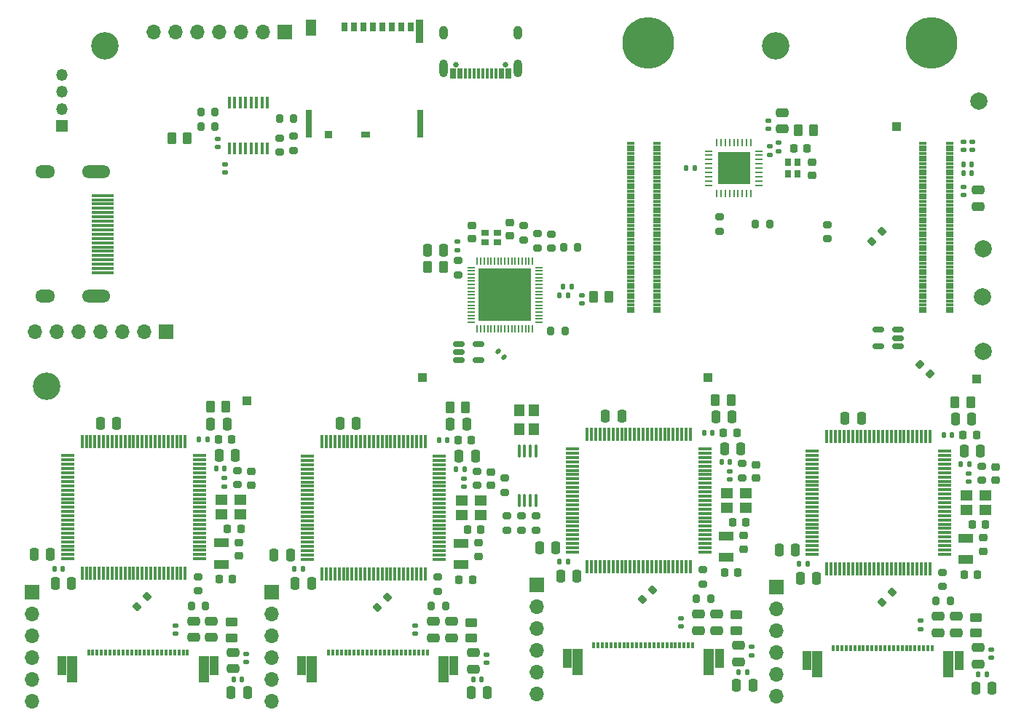
<source format=gbr>
%TF.GenerationSoftware,KiCad,Pcbnew,9.0.0*%
%TF.CreationDate,2026-01-02T12:40:45+01:00*%
%TF.ProjectId,camera,63616d65-7261-42e6-9b69-6361645f7063,rev?*%
%TF.SameCoordinates,Original*%
%TF.FileFunction,Soldermask,Top*%
%TF.FilePolarity,Negative*%
%FSLAX46Y46*%
G04 Gerber Fmt 4.6, Leading zero omitted, Abs format (unit mm)*
G04 Created by KiCad (PCBNEW 9.0.0) date 2026-01-02 12:40:45*
%MOMM*%
%LPD*%
G01*
G04 APERTURE LIST*
G04 Aperture macros list*
%AMRoundRect*
0 Rectangle with rounded corners*
0 $1 Rounding radius*
0 $2 $3 $4 $5 $6 $7 $8 $9 X,Y pos of 4 corners*
0 Add a 4 corners polygon primitive as box body*
4,1,4,$2,$3,$4,$5,$6,$7,$8,$9,$2,$3,0*
0 Add four circle primitives for the rounded corners*
1,1,$1+$1,$2,$3*
1,1,$1+$1,$4,$5*
1,1,$1+$1,$6,$7*
1,1,$1+$1,$8,$9*
0 Add four rect primitives between the rounded corners*
20,1,$1+$1,$2,$3,$4,$5,0*
20,1,$1+$1,$4,$5,$6,$7,0*
20,1,$1+$1,$6,$7,$8,$9,0*
20,1,$1+$1,$8,$9,$2,$3,0*%
G04 Aperture macros list end*
%ADD10RoundRect,0.200000X-0.275000X0.200000X-0.275000X-0.200000X0.275000X-0.200000X0.275000X0.200000X0*%
%ADD11RoundRect,0.250000X0.475000X-0.250000X0.475000X0.250000X-0.475000X0.250000X-0.475000X-0.250000X0*%
%ADD12RoundRect,0.250000X0.450000X-0.262500X0.450000X0.262500X-0.450000X0.262500X-0.450000X-0.262500X0*%
%ADD13RoundRect,0.150000X-0.512500X-0.150000X0.512500X-0.150000X0.512500X0.150000X-0.512500X0.150000X0*%
%ADD14RoundRect,0.140000X-0.170000X0.140000X-0.170000X-0.140000X0.170000X-0.140000X0.170000X0.140000X0*%
%ADD15RoundRect,0.250000X0.250000X0.475000X-0.250000X0.475000X-0.250000X-0.475000X0.250000X-0.475000X0*%
%ADD16RoundRect,0.200000X0.200000X0.275000X-0.200000X0.275000X-0.200000X-0.275000X0.200000X-0.275000X0*%
%ADD17RoundRect,0.225000X0.225000X0.250000X-0.225000X0.250000X-0.225000X-0.250000X0.225000X-0.250000X0*%
%ADD18RoundRect,0.140000X0.140000X0.170000X-0.140000X0.170000X-0.140000X-0.170000X0.140000X-0.170000X0*%
%ADD19RoundRect,0.225000X-0.250000X0.225000X-0.250000X-0.225000X0.250000X-0.225000X0.250000X0.225000X0*%
%ADD20R,1.800000X1.000000*%
%ADD21RoundRect,0.140000X0.170000X-0.140000X0.170000X0.140000X-0.170000X0.140000X-0.170000X-0.140000X0*%
%ADD22R,1.700000X1.700000*%
%ADD23O,1.700000X1.700000*%
%ADD24R,1.000000X1.000000*%
%ADD25R,2.600000X0.300000*%
%ADD26O,3.300000X1.500000*%
%ADD27O,2.300000X1.500000*%
%ADD28R,0.800000X0.900000*%
%ADD29RoundRect,0.140000X-0.140000X-0.170000X0.140000X-0.170000X0.140000X0.170000X-0.140000X0.170000X0*%
%ADD30RoundRect,0.102000X-0.350000X0.100000X-0.350000X-0.100000X0.350000X-0.100000X0.350000X0.100000X0*%
%ADD31C,6.004000*%
%ADD32RoundRect,0.250000X-0.250000X-0.475000X0.250000X-0.475000X0.250000X0.475000X-0.250000X0.475000X0*%
%ADD33R,1.350000X1.350000*%
%ADD34O,1.350000X1.350000*%
%ADD35RoundRect,0.250000X-0.475000X0.250000X-0.475000X-0.250000X0.475000X-0.250000X0.475000X0.250000X0*%
%ADD36C,2.000000*%
%ADD37R,0.355600X1.399800*%
%ADD38RoundRect,0.102000X0.350000X-0.100000X0.350000X0.100000X-0.350000X0.100000X-0.350000X-0.100000X0*%
%ADD39RoundRect,0.250000X-0.262500X-0.450000X0.262500X-0.450000X0.262500X0.450000X-0.262500X0.450000X0*%
%ADD40RoundRect,0.075000X0.725000X0.075000X-0.725000X0.075000X-0.725000X-0.075000X0.725000X-0.075000X0*%
%ADD41RoundRect,0.075000X0.075000X0.725000X-0.075000X0.725000X-0.075000X-0.725000X0.075000X-0.725000X0*%
%ADD42RoundRect,0.250000X0.262500X0.450000X-0.262500X0.450000X-0.262500X-0.450000X0.262500X-0.450000X0*%
%ADD43RoundRect,0.225000X0.250000X-0.225000X0.250000X0.225000X-0.250000X0.225000X-0.250000X-0.225000X0*%
%ADD44RoundRect,0.100000X-0.100000X0.637500X-0.100000X-0.637500X0.100000X-0.637500X0.100000X0.637500X0*%
%ADD45RoundRect,0.225000X-0.225000X-0.250000X0.225000X-0.250000X0.225000X0.250000X-0.225000X0.250000X0*%
%ADD46RoundRect,0.200000X-0.053033X0.335876X-0.335876X0.053033X0.053033X-0.335876X0.335876X-0.053033X0*%
%ADD47R,1.200000X1.400000*%
%ADD48R,1.400000X1.200000*%
%ADD49R,0.300000X0.800000*%
%ADD50R,1.100000X2.200000*%
%ADD51R,1.300000X3.050000*%
%ADD52RoundRect,0.200000X0.053033X-0.335876X0.335876X-0.053033X-0.053033X0.335876X-0.335876X0.053033X0*%
%ADD53RoundRect,0.150000X0.512500X0.150000X-0.512500X0.150000X-0.512500X-0.150000X0.512500X-0.150000X0*%
%ADD54RoundRect,0.135000X-0.185000X0.135000X-0.185000X-0.135000X0.185000X-0.135000X0.185000X0.135000X0*%
%ADD55C,3.200000*%
%ADD56R,0.711200X1.092200*%
%ADD57R,0.889000X0.939800*%
%ADD58R,1.041400X0.787400*%
%ADD59R,1.143000X1.828800*%
%ADD60R,0.711200X3.327400*%
%ADD61R,0.863600X2.794000*%
%ADD62RoundRect,0.140000X-0.219203X-0.021213X-0.021213X-0.219203X0.219203X0.021213X0.021213X0.219203X0*%
%ADD63RoundRect,0.062500X-0.062500X0.350000X-0.062500X-0.350000X0.062500X-0.350000X0.062500X0.350000X0*%
%ADD64RoundRect,0.062500X-0.350000X0.062500X-0.350000X-0.062500X0.350000X-0.062500X0.350000X0.062500X0*%
%ADD65R,3.700000X3.700000*%
%ADD66R,0.900000X0.800000*%
%ADD67RoundRect,0.200000X0.335876X0.053033X0.053033X0.335876X-0.335876X-0.053033X-0.053033X-0.335876X0*%
%ADD68RoundRect,0.200000X-0.200000X-0.275000X0.200000X-0.275000X0.200000X0.275000X-0.200000X0.275000X0*%
%ADD69RoundRect,0.200000X0.275000X-0.200000X0.275000X0.200000X-0.275000X0.200000X-0.275000X-0.200000X0*%
%ADD70R,0.850000X0.200000*%
%ADD71R,0.200000X0.850000*%
%ADD72R,6.200000X6.200000*%
%ADD73C,0.650000*%
%ADD74R,0.300000X1.150000*%
%ADD75O,1.000000X2.100000*%
%ADD76O,1.000000X1.600000*%
G04 APERTURE END LIST*
D10*
%TO.C,R22*%
X92640000Y-34850000D03*
X92640000Y-36500000D03*
%TD*%
D11*
%TO.C,C88*%
X124660000Y-45580000D03*
X124660000Y-43680000D03*
%TD*%
D10*
%TO.C,R38*%
X120525000Y-34900000D03*
X120525000Y-36550000D03*
%TD*%
D12*
%TO.C,FB6*%
X96550000Y-41932500D03*
X96550000Y-40107500D03*
%TD*%
D13*
%TO.C,U1*%
X123010000Y-7760000D03*
X123010000Y-8710000D03*
X123010000Y-9660000D03*
X125285000Y-9660000D03*
X125285000Y-7760000D03*
%TD*%
D14*
%TO.C,C27*%
X159015000Y18215000D03*
X159015000Y17255000D03*
%TD*%
D12*
%TO.C,FB8*%
X155277500Y-41130000D03*
X155277500Y-39305000D03*
%TD*%
D15*
%TO.C,C47*%
X96029998Y-17065000D03*
X94129998Y-17065000D03*
%TD*%
D16*
%TO.C,R7*%
X136810000Y3475000D03*
X135160000Y3475000D03*
%TD*%
%TO.C,R5*%
X135342500Y-6270000D03*
X133692500Y-6270000D03*
%TD*%
D10*
%TO.C,R17*%
X153320000Y7010000D03*
X153320000Y5360000D03*
%TD*%
D17*
%TO.C,C71*%
X155417500Y-34352500D03*
X153867500Y-34352500D03*
%TD*%
D15*
%TO.C,C93*%
X123914998Y-17115000D03*
X122014998Y-17115000D03*
%TD*%
D18*
%TO.C,C26*%
X150395000Y12730000D03*
X149435000Y12730000D03*
%TD*%
D19*
%TO.C,C95*%
X125265000Y-30905000D03*
X125265000Y-32455000D03*
%TD*%
D14*
%TO.C,C21*%
X94980000Y16095100D03*
X94980000Y15135100D03*
%TD*%
D20*
%TO.C,Y8*%
X154097500Y-30087500D03*
X154097500Y-32587500D03*
%TD*%
D10*
%TO.C,R4*%
X131935000Y-27775000D03*
X131935000Y-29425000D03*
%TD*%
D20*
%TO.C,Y5*%
X95370000Y-30890000D03*
X95370000Y-33390000D03*
%TD*%
D10*
%TO.C,R8*%
X133735000Y5055000D03*
X133735000Y3405000D03*
%TD*%
D21*
%TO.C,C25*%
X160165000Y14700000D03*
X160165000Y15660000D03*
%TD*%
D18*
%TO.C,C81*%
X104830000Y-33945000D03*
X103870000Y-33945000D03*
%TD*%
D22*
%TO.C,J8*%
X73335000Y-36605000D03*
D23*
X73335000Y-39145000D03*
X73335000Y-41685000D03*
X73335000Y-44225000D03*
X73335000Y-46765000D03*
X73335000Y-49305000D03*
%TD*%
D15*
%TO.C,C84*%
X126313899Y-48363899D03*
X124413899Y-48363899D03*
%TD*%
D19*
%TO.C,C49*%
X97380000Y-30855000D03*
X97380000Y-32405000D03*
%TD*%
D16*
%TO.C,R49*%
X180131101Y-37690618D03*
X178481101Y-37690618D03*
%TD*%
D15*
%TO.C,C70*%
X154757498Y-16262500D03*
X152857498Y-16262500D03*
%TD*%
D24*
%TO.C,TP8*%
X151920000Y-11700000D03*
%TD*%
D18*
%TO.C,C59*%
X154472500Y-21482500D03*
X153512500Y-21482500D03*
%TD*%
D12*
%TO.C,FB10*%
X124435000Y-41982500D03*
X124435000Y-40157500D03*
%TD*%
D25*
%TO.C,J3*%
X81595000Y533000D03*
X81595000Y1033000D03*
X81595000Y1533000D03*
X81595000Y2033000D03*
X81595000Y2533000D03*
X81595000Y3033000D03*
X81595000Y3533000D03*
X81595000Y4033000D03*
X81595000Y4533000D03*
X81595000Y5033000D03*
X81595000Y5533000D03*
X81595000Y6033000D03*
X81595000Y6533000D03*
X81595000Y7033000D03*
X81595000Y7533000D03*
X81595000Y8033000D03*
X81595000Y8533000D03*
X81595000Y9033000D03*
X81595000Y9533000D03*
D26*
X80835000Y-2217000D03*
X80835000Y12283000D03*
D27*
X74875000Y-2217000D03*
X74875000Y12283000D03*
%TD*%
D28*
%TO.C,Y3*%
X162360000Y12025000D03*
X162360000Y13425000D03*
X161260000Y13425000D03*
X161260000Y12025000D03*
%TD*%
D11*
%TO.C,C45*%
X92140000Y-41890000D03*
X92140000Y-39990000D03*
%TD*%
D29*
%TO.C,C4*%
X181670000Y13170000D03*
X182630000Y13170000D03*
%TD*%
%TO.C,C16*%
X135115000Y-1090000D03*
X136075000Y-1090000D03*
%TD*%
D30*
%TO.C,U3*%
X180015000Y-3985000D03*
X176935000Y-3985000D03*
X180015000Y-3585000D03*
X176935000Y-3585000D03*
X180015000Y-3185000D03*
X176935000Y-3185000D03*
X180015000Y-2785000D03*
X176935000Y-2785000D03*
X180015000Y-2385000D03*
X176935000Y-2385000D03*
X180015000Y-1985000D03*
X176935000Y-1985000D03*
X180015000Y-1585000D03*
X176935000Y-1585000D03*
X180015000Y-1185000D03*
X176935000Y-1185000D03*
X180015000Y-785000D03*
X176935000Y-785000D03*
X180015000Y-385000D03*
X176935000Y-385000D03*
X180015000Y15000D03*
X176935000Y15000D03*
X180015000Y415000D03*
X176935000Y415000D03*
X180015000Y815000D03*
X176935000Y815000D03*
X180015000Y1215000D03*
X176935000Y1215000D03*
X180015000Y1615000D03*
X176935000Y1615000D03*
X180015000Y2015000D03*
X176935000Y2015000D03*
X180015000Y2415000D03*
X176935000Y2415000D03*
X180015000Y2815000D03*
X176935000Y2815000D03*
X180015000Y3215000D03*
X176935000Y3215000D03*
X180015000Y3615000D03*
X176935000Y3615000D03*
X180015000Y4015000D03*
X176935000Y4015000D03*
X180015000Y4415000D03*
X176935000Y4415000D03*
X180015000Y4815000D03*
X176935000Y4815000D03*
X180015000Y5215000D03*
X176935000Y5215000D03*
X180015000Y5615000D03*
X176935000Y5615000D03*
X180015000Y6015000D03*
X176935000Y6015000D03*
X180015000Y6415000D03*
X176935000Y6415000D03*
X180015000Y6815000D03*
X176935000Y6815000D03*
X180015000Y7215000D03*
X176935000Y7215000D03*
X180015000Y7615000D03*
X176935000Y7615000D03*
X180015000Y8015000D03*
X176935000Y8015000D03*
X180015000Y8415000D03*
X176935000Y8415000D03*
X180015000Y8815000D03*
X176935000Y8815000D03*
X180015000Y9215000D03*
X176935000Y9215000D03*
X180015000Y9615000D03*
X176935000Y9615000D03*
X180015000Y10015000D03*
X176935000Y10015000D03*
X180015000Y10415000D03*
X176935000Y10415000D03*
X180015000Y10815000D03*
X176935000Y10815000D03*
X180015000Y11215000D03*
X176935000Y11215000D03*
X180015000Y11615000D03*
X176935000Y11615000D03*
X180015000Y12015000D03*
X176935000Y12015000D03*
X180015000Y12415000D03*
X176935000Y12415000D03*
X180015000Y12815000D03*
X176935000Y12815000D03*
X180015000Y13215000D03*
X176935000Y13215000D03*
X180015000Y13615000D03*
X176935000Y13615000D03*
X180015000Y14015000D03*
X176935000Y14015000D03*
X180015000Y14415000D03*
X176935000Y14415000D03*
X180015000Y14815000D03*
X176935000Y14815000D03*
X180015000Y15215000D03*
X176935000Y15215000D03*
X180015000Y15615000D03*
X176935000Y15615000D03*
X146015000Y-3985000D03*
X142935000Y-3985000D03*
X146015000Y-3585000D03*
X142935000Y-3585000D03*
X146015000Y-3185000D03*
X142935000Y-3185000D03*
X146015000Y-2785000D03*
X142935000Y-2785000D03*
X146015000Y-2385000D03*
X142935000Y-2385000D03*
X146015000Y-1985000D03*
X142935000Y-1985000D03*
X146015000Y-1585000D03*
X142935000Y-1585000D03*
X146015000Y-1185000D03*
X142935000Y-1185000D03*
X146015000Y-785000D03*
X142935000Y-785000D03*
X146015000Y-385000D03*
X142935000Y-385000D03*
X146015000Y15000D03*
X142935000Y15000D03*
X146015000Y415000D03*
X142935000Y415000D03*
X146015000Y815000D03*
X142935000Y815000D03*
X146015000Y1215000D03*
X142935000Y1215000D03*
X146015000Y1615000D03*
X142935000Y1615000D03*
X146015000Y2015000D03*
X142935000Y2015000D03*
X146015000Y2415000D03*
X142935000Y2415000D03*
X146015000Y2815000D03*
X142935000Y2815000D03*
X146015000Y3215000D03*
X142935000Y3215000D03*
X146015000Y3615000D03*
X142935000Y3615000D03*
X146015000Y4015000D03*
X142935000Y4015000D03*
X146015000Y4415000D03*
X142935000Y4415000D03*
X146015000Y4815000D03*
X142935000Y4815000D03*
X146015000Y5215000D03*
X142935000Y5215000D03*
X146015000Y5615000D03*
X142935000Y5615000D03*
X146015000Y6015000D03*
X142935000Y6015000D03*
X146015000Y6415000D03*
X142935000Y6415000D03*
X146015000Y6815000D03*
X142935000Y6815000D03*
X146015000Y7215000D03*
X142935000Y7215000D03*
X146015000Y7615000D03*
X142935000Y7615000D03*
X146015000Y8015000D03*
X142935000Y8015000D03*
X146015000Y8415000D03*
X142935000Y8415000D03*
X146015000Y8815000D03*
X142935000Y8815000D03*
X146015000Y9215000D03*
X142935000Y9215000D03*
X146015000Y9615000D03*
X142935000Y9615000D03*
X146015000Y10015000D03*
X142935000Y10015000D03*
X146015000Y10415000D03*
X142935000Y10415000D03*
X146015000Y10815000D03*
X142935000Y10815000D03*
X146015000Y11215000D03*
X142935000Y11215000D03*
X146015000Y11615000D03*
X142935000Y11615000D03*
X146015000Y12015000D03*
X142935000Y12015000D03*
X146015000Y12415000D03*
X142935000Y12415000D03*
X146015000Y12815000D03*
X142935000Y12815000D03*
X146015000Y13215000D03*
X142935000Y13215000D03*
X146015000Y13615000D03*
X142935000Y13615000D03*
X146015000Y14015000D03*
X142935000Y14015000D03*
X146015000Y14415000D03*
X142935000Y14415000D03*
X146015000Y14815000D03*
X142935000Y14815000D03*
X146015000Y15215000D03*
X142935000Y15215000D03*
X146015000Y15615000D03*
X142935000Y15615000D03*
D31*
X177975000Y27315000D03*
X144975000Y27315000D03*
%TD*%
D32*
%TO.C,C80*%
X101512500Y-32318899D03*
X103412500Y-32318899D03*
%TD*%
D21*
%TO.C,C54*%
X154446399Y-23537499D03*
X154446399Y-22577499D03*
%TD*%
D16*
%TO.C,R14*%
X94665000Y19205100D03*
X93015000Y19205100D03*
%TD*%
D11*
%TO.C,C91*%
X120025000Y-41940000D03*
X120025000Y-40040000D03*
%TD*%
D22*
%TO.C,J1*%
X102745000Y28595000D03*
D23*
X100205000Y28595000D03*
X97665000Y28595000D03*
X95125000Y28595000D03*
X92585000Y28595000D03*
X90045000Y28595000D03*
X87505000Y28595000D03*
%TD*%
D19*
%TO.C,C76*%
X126715000Y-22660000D03*
X126715000Y-24210000D03*
%TD*%
D33*
%TO.C,J16*%
X76815000Y17590000D03*
D34*
X76815000Y19590000D03*
X76815000Y21590000D03*
X76815000Y23590000D03*
%TD*%
D17*
%TO.C,C94*%
X124575000Y-35205000D03*
X123025000Y-35205000D03*
%TD*%
D15*
%TO.C,C107*%
X185005000Y-47779517D03*
X183105000Y-47779517D03*
%TD*%
D35*
%TO.C,C7*%
X183335000Y10150000D03*
X183335000Y8250000D03*
%TD*%
D16*
%TO.C,R15*%
X94665000Y17540100D03*
X93015000Y17540100D03*
%TD*%
D10*
%TO.C,R9*%
X132165000Y5060000D03*
X132165000Y3410000D03*
%TD*%
D36*
%TO.C,TP4*%
X183895000Y-2255000D03*
%TD*%
D29*
%TO.C,C85*%
X124683899Y-46823899D03*
X125643899Y-46823899D03*
%TD*%
D10*
%TO.C,R45*%
X183791101Y-21960618D03*
X183791101Y-23610618D03*
%TD*%
D21*
%TO.C,C100*%
X182295000Y-23805617D03*
X182295000Y-22845617D03*
%TD*%
D22*
%TO.C,J2*%
X88955000Y-6330000D03*
D23*
X86415000Y-6330000D03*
X83875000Y-6330000D03*
X81335000Y-6330000D03*
X78795000Y-6330000D03*
X76255000Y-6330000D03*
X73715000Y-6330000D03*
%TD*%
D11*
%TO.C,C115*%
X180811101Y-41370618D03*
X180811101Y-39470618D03*
%TD*%
D18*
%TO.C,C36*%
X95745000Y-22285000D03*
X94785000Y-22285000D03*
%TD*%
D15*
%TO.C,C56*%
X141932500Y-16177500D03*
X140032500Y-16177500D03*
%TD*%
D37*
%TO.C,U8*%
X100735000Y20346500D03*
X100100000Y20346500D03*
X99465000Y20346500D03*
X98830000Y20346500D03*
X98195000Y20346500D03*
X97560000Y20346500D03*
X96925000Y20346500D03*
X96290000Y20346500D03*
X96290000Y15035100D03*
X96925000Y15035100D03*
X97560000Y15035100D03*
X98195000Y15035100D03*
X98830000Y15035100D03*
X99465000Y15035100D03*
X100100000Y15035100D03*
X100735000Y15035100D03*
%TD*%
D38*
%TO.C,J5*%
X142935000Y15615000D03*
X146015000Y15615000D03*
X142935000Y15215000D03*
X146015000Y15215000D03*
X142935000Y14815000D03*
X146015000Y14815000D03*
X142935000Y14415000D03*
X146015000Y14415000D03*
X142935000Y14015000D03*
X146015000Y14015000D03*
X142935000Y13615000D03*
X146015000Y13615000D03*
X142935000Y13215000D03*
X146015000Y13215000D03*
X142935000Y12815000D03*
X146015000Y12815000D03*
X142935000Y12415000D03*
X146015000Y12415000D03*
X142935000Y12015000D03*
X146015000Y12015000D03*
X142935000Y11615000D03*
X146015000Y11615000D03*
X142935000Y11215000D03*
X146015000Y11215000D03*
X142935000Y10815000D03*
X146015000Y10815000D03*
X142935000Y10415000D03*
X146015000Y10415000D03*
X142935000Y10015000D03*
X146015000Y10015000D03*
X142935000Y9615000D03*
X146015000Y9615000D03*
X142935000Y9215000D03*
X146015000Y9215000D03*
X142935000Y8815000D03*
X146015000Y8815000D03*
X142935000Y8415000D03*
X146015000Y8415000D03*
X142935000Y8015000D03*
X146015000Y8015000D03*
X142935000Y7615000D03*
X146015000Y7615000D03*
X142935000Y7215000D03*
X146015000Y7215000D03*
X142935000Y6815000D03*
X146015000Y6815000D03*
X142935000Y6415000D03*
X146015000Y6415000D03*
X142935000Y6015000D03*
X146015000Y6015000D03*
X142935000Y5615000D03*
X146015000Y5615000D03*
X142935000Y5215000D03*
X146015000Y5215000D03*
X142935000Y4815000D03*
X146015000Y4815000D03*
X142935000Y4415000D03*
X146015000Y4415000D03*
X142935000Y4015000D03*
X146015000Y4015000D03*
X142935000Y3615000D03*
X146015000Y3615000D03*
X142935000Y3215000D03*
X146015000Y3215000D03*
X142935000Y2815000D03*
X146015000Y2815000D03*
X142935000Y2415000D03*
X146015000Y2415000D03*
X142935000Y2015000D03*
X146015000Y2015000D03*
X142935000Y1615000D03*
X146015000Y1615000D03*
X142935000Y1215000D03*
X146015000Y1215000D03*
X142935000Y815000D03*
X146015000Y815000D03*
X142935000Y415000D03*
X146015000Y415000D03*
X142935000Y15000D03*
X146015000Y15000D03*
X142935000Y-385000D03*
X146015000Y-385000D03*
X142935000Y-785000D03*
X146015000Y-785000D03*
X142935000Y-1185000D03*
X146015000Y-1185000D03*
X142935000Y-1585000D03*
X146015000Y-1585000D03*
X142935000Y-1985000D03*
X146015000Y-1985000D03*
X142935000Y-2385000D03*
X146015000Y-2385000D03*
X142935000Y-2785000D03*
X146015000Y-2785000D03*
X142935000Y-3185000D03*
X146015000Y-3185000D03*
X142935000Y-3585000D03*
X146015000Y-3585000D03*
X142935000Y-3985000D03*
X146015000Y-3985000D03*
%TD*%
D21*
%TO.C,C2*%
X181675000Y14800000D03*
X181675000Y15760000D03*
%TD*%
D29*
%TO.C,C15*%
X134700000Y-2080000D03*
X135660000Y-2080000D03*
%TD*%
D18*
%TO.C,C58*%
X135672500Y-33092500D03*
X134712500Y-33092500D03*
%TD*%
D39*
%TO.C,FB2*%
X119347500Y1180000D03*
X121172500Y1180000D03*
%TD*%
D19*
%TO.C,C30*%
X98830000Y-22610000D03*
X98830000Y-24160000D03*
%TD*%
%TO.C,C72*%
X156107500Y-30052500D03*
X156107500Y-31602500D03*
%TD*%
D36*
%TO.C,TP3*%
X183935000Y-8645000D03*
%TD*%
D12*
%TO.C,FB12*%
X183126101Y-41398118D03*
X183126101Y-39573118D03*
%TD*%
D21*
%TO.C,C110*%
X184865000Y-44259517D03*
X184865000Y-43299517D03*
%TD*%
D40*
%TO.C,U11*%
X151587500Y-31962500D03*
X151587500Y-31462500D03*
X151587500Y-30962500D03*
X151587500Y-30462500D03*
X151587500Y-29962500D03*
X151587500Y-29462500D03*
X151587500Y-28962500D03*
X151587500Y-28462500D03*
X151587500Y-27962500D03*
X151587500Y-27462500D03*
X151587500Y-26962500D03*
X151587500Y-26462500D03*
X151587500Y-25962500D03*
X151587500Y-25462500D03*
X151587500Y-24962500D03*
X151587500Y-24462500D03*
X151587500Y-23962500D03*
X151587500Y-23462500D03*
X151587500Y-22962500D03*
X151587500Y-22462500D03*
X151587500Y-21962500D03*
X151587500Y-21462500D03*
X151587500Y-20962500D03*
X151587500Y-20462500D03*
X151587500Y-19962500D03*
D41*
X149912500Y-18287500D03*
X149412500Y-18287500D03*
X148912500Y-18287500D03*
X148412500Y-18287500D03*
X147912500Y-18287500D03*
X147412500Y-18287500D03*
X146912500Y-18287500D03*
X146412500Y-18287500D03*
X145912500Y-18287500D03*
X145412500Y-18287500D03*
X144912500Y-18287500D03*
X144412500Y-18287500D03*
X143912500Y-18287500D03*
X143412500Y-18287500D03*
X142912500Y-18287500D03*
X142412500Y-18287500D03*
X141912500Y-18287500D03*
X141412500Y-18287500D03*
X140912500Y-18287500D03*
X140412500Y-18287500D03*
X139912500Y-18287500D03*
X139412500Y-18287500D03*
X138912500Y-18287500D03*
X138412500Y-18287500D03*
X137912500Y-18287500D03*
D40*
X136237500Y-19962500D03*
X136237500Y-20462500D03*
X136237500Y-20962500D03*
X136237500Y-21462500D03*
X136237500Y-21962500D03*
X136237500Y-22462500D03*
X136237500Y-22962500D03*
X136237500Y-23462500D03*
X136237500Y-23962500D03*
X136237500Y-24462500D03*
X136237500Y-24962500D03*
X136237500Y-25462500D03*
X136237500Y-25962500D03*
X136237500Y-26462500D03*
X136237500Y-26962500D03*
X136237500Y-27462500D03*
X136237500Y-27962500D03*
X136237500Y-28462500D03*
X136237500Y-28962500D03*
X136237500Y-29462500D03*
X136237500Y-29962500D03*
X136237500Y-30462500D03*
X136237500Y-30962500D03*
X136237500Y-31462500D03*
X136237500Y-31962500D03*
D41*
X137912500Y-33637500D03*
X138412500Y-33637500D03*
X138912500Y-33637500D03*
X139412500Y-33637500D03*
X139912500Y-33637500D03*
X140412500Y-33637500D03*
X140912500Y-33637500D03*
X141412500Y-33637500D03*
X141912500Y-33637500D03*
X142412500Y-33637500D03*
X142912500Y-33637500D03*
X143412500Y-33637500D03*
X143912500Y-33637500D03*
X144412500Y-33637500D03*
X144912500Y-33637500D03*
X145412500Y-33637500D03*
X145912500Y-33637500D03*
X146412500Y-33637500D03*
X146912500Y-33637500D03*
X147412500Y-33637500D03*
X147912500Y-33637500D03*
X148412500Y-33637500D03*
X148912500Y-33637500D03*
X149412500Y-33637500D03*
X149912500Y-33637500D03*
%TD*%
D17*
%TO.C,C52*%
X156372500Y-28497498D03*
X154822500Y-28497498D03*
%TD*%
D39*
%TO.C,FB5*%
X94082498Y-15060000D03*
X95907498Y-15060000D03*
%TD*%
D16*
%TO.C,R25*%
X93555000Y-38225000D03*
X91905000Y-38225000D03*
%TD*%
D42*
%TO.C,FB1*%
X140440000Y-2300000D03*
X138615000Y-2300000D03*
%TD*%
D39*
%TO.C,FB4*%
X162412500Y17105000D03*
X164237500Y17105000D03*
%TD*%
D43*
%TO.C,C17*%
X128930000Y4805000D03*
X128930000Y6355000D03*
%TD*%
D32*
%TO.C,C34*%
X73627500Y-32268899D03*
X75527500Y-32268899D03*
%TD*%
D39*
%TO.C,FB7*%
X152809998Y-14257500D03*
X154634998Y-14257500D03*
%TD*%
D18*
%TO.C,C105*%
X182321101Y-21750618D03*
X181361101Y-21750618D03*
%TD*%
D44*
%TO.C,U2*%
X131945000Y-20222500D03*
X131295000Y-20222500D03*
X130645000Y-20222500D03*
X129995000Y-20222500D03*
X129995000Y-25947500D03*
X130645000Y-25947500D03*
X131295000Y-25947500D03*
X131945000Y-25947500D03*
%TD*%
D45*
%TO.C,R31*%
X153757498Y-18072500D03*
X155307498Y-18072500D03*
%TD*%
D11*
%TO.C,C42*%
X96775000Y-45530000D03*
X96775000Y-43630000D03*
%TD*%
D21*
%TO.C,C67*%
X148787500Y-40652500D03*
X148787500Y-39692500D03*
%TD*%
D11*
%TO.C,C46*%
X94235000Y-41905000D03*
X94235000Y-40005000D03*
%TD*%
D40*
%TO.C,U12*%
X120745000Y-32815000D03*
X120745000Y-32315000D03*
X120745000Y-31815000D03*
X120745000Y-31315000D03*
X120745000Y-30815000D03*
X120745000Y-30315000D03*
X120745000Y-29815000D03*
X120745000Y-29315000D03*
X120745000Y-28815000D03*
X120745000Y-28315000D03*
X120745000Y-27815000D03*
X120745000Y-27315000D03*
X120745000Y-26815000D03*
X120745000Y-26315000D03*
X120745000Y-25815000D03*
X120745000Y-25315000D03*
X120745000Y-24815000D03*
X120745000Y-24315000D03*
X120745000Y-23815000D03*
X120745000Y-23315000D03*
X120745000Y-22815000D03*
X120745000Y-22315000D03*
X120745000Y-21815000D03*
X120745000Y-21315000D03*
X120745000Y-20815000D03*
D41*
X119070000Y-19140000D03*
X118570000Y-19140000D03*
X118070000Y-19140000D03*
X117570000Y-19140000D03*
X117070000Y-19140000D03*
X116570000Y-19140000D03*
X116070000Y-19140000D03*
X115570000Y-19140000D03*
X115070000Y-19140000D03*
X114570000Y-19140000D03*
X114070000Y-19140000D03*
X113570000Y-19140000D03*
X113070000Y-19140000D03*
X112570000Y-19140000D03*
X112070000Y-19140000D03*
X111570000Y-19140000D03*
X111070000Y-19140000D03*
X110570000Y-19140000D03*
X110070000Y-19140000D03*
X109570000Y-19140000D03*
X109070000Y-19140000D03*
X108570000Y-19140000D03*
X108070000Y-19140000D03*
X107570000Y-19140000D03*
X107070000Y-19140000D03*
D40*
X105395000Y-20815000D03*
X105395000Y-21315000D03*
X105395000Y-21815000D03*
X105395000Y-22315000D03*
X105395000Y-22815000D03*
X105395000Y-23315000D03*
X105395000Y-23815000D03*
X105395000Y-24315000D03*
X105395000Y-24815000D03*
X105395000Y-25315000D03*
X105395000Y-25815000D03*
X105395000Y-26315000D03*
X105395000Y-26815000D03*
X105395000Y-27315000D03*
X105395000Y-27815000D03*
X105395000Y-28315000D03*
X105395000Y-28815000D03*
X105395000Y-29315000D03*
X105395000Y-29815000D03*
X105395000Y-30315000D03*
X105395000Y-30815000D03*
X105395000Y-31315000D03*
X105395000Y-31815000D03*
X105395000Y-32315000D03*
X105395000Y-32815000D03*
D41*
X107070000Y-34490000D03*
X107570000Y-34490000D03*
X108070000Y-34490000D03*
X108570000Y-34490000D03*
X109070000Y-34490000D03*
X109570000Y-34490000D03*
X110070000Y-34490000D03*
X110570000Y-34490000D03*
X111070000Y-34490000D03*
X111570000Y-34490000D03*
X112070000Y-34490000D03*
X112570000Y-34490000D03*
X113070000Y-34490000D03*
X113570000Y-34490000D03*
X114070000Y-34490000D03*
X114570000Y-34490000D03*
X115070000Y-34490000D03*
X115570000Y-34490000D03*
X116070000Y-34490000D03*
X116570000Y-34490000D03*
X117070000Y-34490000D03*
X117570000Y-34490000D03*
X118070000Y-34490000D03*
X118570000Y-34490000D03*
X119070000Y-34490000D03*
%TD*%
D46*
%TO.C,R32*%
X145500863Y-36359137D03*
X144334137Y-37525863D03*
%TD*%
D10*
%TO.C,R1*%
X128350000Y-23367500D03*
X128350000Y-25017500D03*
%TD*%
D40*
%TO.C,U13*%
X179436101Y-32230618D03*
X179436101Y-31730618D03*
X179436101Y-31230618D03*
X179436101Y-30730618D03*
X179436101Y-30230618D03*
X179436101Y-29730618D03*
X179436101Y-29230618D03*
X179436101Y-28730618D03*
X179436101Y-28230618D03*
X179436101Y-27730618D03*
X179436101Y-27230618D03*
X179436101Y-26730618D03*
X179436101Y-26230618D03*
X179436101Y-25730618D03*
X179436101Y-25230618D03*
X179436101Y-24730618D03*
X179436101Y-24230618D03*
X179436101Y-23730618D03*
X179436101Y-23230618D03*
X179436101Y-22730618D03*
X179436101Y-22230618D03*
X179436101Y-21730618D03*
X179436101Y-21230618D03*
X179436101Y-20730618D03*
X179436101Y-20230618D03*
D41*
X177761101Y-18555618D03*
X177261101Y-18555618D03*
X176761101Y-18555618D03*
X176261101Y-18555618D03*
X175761101Y-18555618D03*
X175261101Y-18555618D03*
X174761101Y-18555618D03*
X174261101Y-18555618D03*
X173761101Y-18555618D03*
X173261101Y-18555618D03*
X172761101Y-18555618D03*
X172261101Y-18555618D03*
X171761101Y-18555618D03*
X171261101Y-18555618D03*
X170761101Y-18555618D03*
X170261101Y-18555618D03*
X169761101Y-18555618D03*
X169261101Y-18555618D03*
X168761101Y-18555618D03*
X168261101Y-18555618D03*
X167761101Y-18555618D03*
X167261101Y-18555618D03*
X166761101Y-18555618D03*
X166261101Y-18555618D03*
X165761101Y-18555618D03*
D40*
X164086101Y-20230618D03*
X164086101Y-20730618D03*
X164086101Y-21230618D03*
X164086101Y-21730618D03*
X164086101Y-22230618D03*
X164086101Y-22730618D03*
X164086101Y-23230618D03*
X164086101Y-23730618D03*
X164086101Y-24230618D03*
X164086101Y-24730618D03*
X164086101Y-25230618D03*
X164086101Y-25730618D03*
X164086101Y-26230618D03*
X164086101Y-26730618D03*
X164086101Y-27230618D03*
X164086101Y-27730618D03*
X164086101Y-28230618D03*
X164086101Y-28730618D03*
X164086101Y-29230618D03*
X164086101Y-29730618D03*
X164086101Y-30230618D03*
X164086101Y-30730618D03*
X164086101Y-31230618D03*
X164086101Y-31730618D03*
X164086101Y-32230618D03*
D41*
X165761101Y-33905618D03*
X166261101Y-33905618D03*
X166761101Y-33905618D03*
X167261101Y-33905618D03*
X167761101Y-33905618D03*
X168261101Y-33905618D03*
X168761101Y-33905618D03*
X169261101Y-33905618D03*
X169761101Y-33905618D03*
X170261101Y-33905618D03*
X170761101Y-33905618D03*
X171261101Y-33905618D03*
X171761101Y-33905618D03*
X172261101Y-33905618D03*
X172761101Y-33905618D03*
X173261101Y-33905618D03*
X173761101Y-33905618D03*
X174261101Y-33905618D03*
X174761101Y-33905618D03*
X175261101Y-33905618D03*
X175761101Y-33905618D03*
X176261101Y-33905618D03*
X176761101Y-33905618D03*
X177261101Y-33905618D03*
X177761101Y-33905618D03*
%TD*%
D47*
%TO.C,Y1*%
X130050000Y-15447500D03*
X130050000Y-17647500D03*
X131750000Y-17647500D03*
X131750000Y-15447500D03*
%TD*%
D10*
%TO.C,R2*%
X128580000Y-27790000D03*
X128580000Y-29440000D03*
%TD*%
D48*
%TO.C,Y10*%
X123305000Y-27650000D03*
X125505000Y-27650000D03*
X125505000Y-25950000D03*
X123305000Y-25950000D03*
%TD*%
D21*
%TO.C,C90*%
X117945000Y-41505000D03*
X117945000Y-40545000D03*
%TD*%
D10*
%TO.C,R21*%
X97215000Y-22495000D03*
X97215000Y-24145000D03*
%TD*%
D15*
%TO.C,C60*%
X136712500Y-34802500D03*
X134812500Y-34802500D03*
%TD*%
D20*
%TO.C,Y11*%
X123255000Y-30940000D03*
X123255000Y-33440000D03*
%TD*%
D15*
%TO.C,C106*%
X164561101Y-35070618D03*
X162661101Y-35070618D03*
%TD*%
D19*
%TO.C,C53*%
X157557500Y-21807500D03*
X157557500Y-23357500D03*
%TD*%
D17*
%TO.C,C29*%
X97645000Y-29299998D03*
X96095000Y-29299998D03*
%TD*%
D18*
%TO.C,C112*%
X180336101Y-18345618D03*
X179376101Y-18345618D03*
%TD*%
D21*
%TO.C,C64*%
X157016399Y-43991399D03*
X157016399Y-43031399D03*
%TD*%
D15*
%TO.C,C63*%
X155757500Y-19927500D03*
X153857500Y-19927500D03*
%TD*%
D10*
%TO.C,R13*%
X103742500Y16426901D03*
X103742500Y14776901D03*
%TD*%
D45*
%TO.C,R23*%
X95029998Y-18875000D03*
X96579998Y-18875000D03*
%TD*%
D48*
%TO.C,Y4*%
X95420000Y-27600000D03*
X97620000Y-27600000D03*
X97620000Y-25900000D03*
X95420000Y-25900000D03*
%TD*%
D49*
%TO.C,J7*%
X79943899Y-43654999D03*
X80443899Y-43654999D03*
X80943899Y-43654999D03*
X81443899Y-43654999D03*
X81943899Y-43654999D03*
X82443899Y-43654999D03*
X82943899Y-43654999D03*
X83443899Y-43654999D03*
X83943899Y-43654999D03*
X84443899Y-43654999D03*
X84943899Y-43654999D03*
X85443899Y-43654999D03*
X85943899Y-43654999D03*
X86443899Y-43654999D03*
X86943899Y-43654999D03*
X87443899Y-43654999D03*
X87943899Y-43654999D03*
X88443899Y-43654999D03*
X88943899Y-43654999D03*
X89443899Y-43654999D03*
X89943899Y-43654999D03*
X90443899Y-43654999D03*
X90943899Y-43654999D03*
X91443899Y-43654999D03*
D50*
X76843899Y-45154999D03*
X94543899Y-45154999D03*
D51*
X78043899Y-45579999D03*
X93343899Y-45579999D03*
%TD*%
D32*
%TO.C,C20*%
X119330000Y3170000D03*
X121230000Y3170000D03*
%TD*%
D49*
%TO.C,J11*%
X107828899Y-43704999D03*
X108328899Y-43704999D03*
X108828899Y-43704999D03*
X109328899Y-43704999D03*
X109828899Y-43704999D03*
X110328899Y-43704999D03*
X110828899Y-43704999D03*
X111328899Y-43704999D03*
X111828899Y-43704999D03*
X112328899Y-43704999D03*
X112828899Y-43704999D03*
X113328899Y-43704999D03*
X113828899Y-43704999D03*
X114328899Y-43704999D03*
X114828899Y-43704999D03*
X115328899Y-43704999D03*
X115828899Y-43704999D03*
X116328899Y-43704999D03*
X116828899Y-43704999D03*
X117328899Y-43704999D03*
X117828899Y-43704999D03*
X118328899Y-43704999D03*
X118828899Y-43704999D03*
X119328899Y-43704999D03*
D50*
X104728899Y-45204999D03*
X122428899Y-45204999D03*
D51*
X105928899Y-45629999D03*
X121228899Y-45629999D03*
%TD*%
D15*
%TO.C,C83*%
X105870000Y-35655000D03*
X103970000Y-35655000D03*
%TD*%
D52*
%TO.C,R6*%
X171011637Y4161637D03*
X172178363Y5328363D03*
%TD*%
D18*
%TO.C,C89*%
X121645000Y-18930000D03*
X120685000Y-18930000D03*
%TD*%
D15*
%TO.C,C33*%
X83205000Y-16980000D03*
X81305000Y-16980000D03*
%TD*%
D10*
%TO.C,R3*%
X130275000Y-27790000D03*
X130275000Y-29440000D03*
%TD*%
D24*
%TO.C,TP10*%
X183215000Y-11865000D03*
%TD*%
D49*
%TO.C,J9*%
X138671399Y-42852499D03*
X139171399Y-42852499D03*
X139671399Y-42852499D03*
X140171399Y-42852499D03*
X140671399Y-42852499D03*
X141171399Y-42852499D03*
X141671399Y-42852499D03*
X142171399Y-42852499D03*
X142671399Y-42852499D03*
X143171399Y-42852499D03*
X143671399Y-42852499D03*
X144171399Y-42852499D03*
X144671399Y-42852499D03*
X145171399Y-42852499D03*
X145671399Y-42852499D03*
X146171399Y-42852499D03*
X146671399Y-42852499D03*
X147171399Y-42852499D03*
X147671399Y-42852499D03*
X148171399Y-42852499D03*
X148671399Y-42852499D03*
X149171399Y-42852499D03*
X149671399Y-42852499D03*
X150171399Y-42852499D03*
D50*
X135571399Y-44352499D03*
X153271399Y-44352499D03*
D51*
X136771399Y-44777499D03*
X152071399Y-44777499D03*
%TD*%
D53*
%TO.C,U15*%
X174027500Y-8007500D03*
X174027500Y-7057500D03*
X174027500Y-6107500D03*
X171752500Y-6107500D03*
X171752500Y-8007500D03*
%TD*%
D21*
%TO.C,C14*%
X137320000Y-3060000D03*
X137320000Y-2100000D03*
%TD*%
D10*
%TO.C,R30*%
X151367500Y-34047500D03*
X151367500Y-35697500D03*
%TD*%
D15*
%TO.C,C37*%
X77985000Y-35605000D03*
X76085000Y-35605000D03*
%TD*%
D11*
%TO.C,C65*%
X155502500Y-44727500D03*
X155502500Y-42827500D03*
%TD*%
D40*
%TO.C,U10*%
X92860000Y-32765000D03*
X92860000Y-32265000D03*
X92860000Y-31765000D03*
X92860000Y-31265000D03*
X92860000Y-30765000D03*
X92860000Y-30265000D03*
X92860000Y-29765000D03*
X92860000Y-29265000D03*
X92860000Y-28765000D03*
X92860000Y-28265000D03*
X92860000Y-27765000D03*
X92860000Y-27265000D03*
X92860000Y-26765000D03*
X92860000Y-26265000D03*
X92860000Y-25765000D03*
X92860000Y-25265000D03*
X92860000Y-24765000D03*
X92860000Y-24265000D03*
X92860000Y-23765000D03*
X92860000Y-23265000D03*
X92860000Y-22765000D03*
X92860000Y-22265000D03*
X92860000Y-21765000D03*
X92860000Y-21265000D03*
X92860000Y-20765000D03*
D41*
X91185000Y-19090000D03*
X90685000Y-19090000D03*
X90185000Y-19090000D03*
X89685000Y-19090000D03*
X89185000Y-19090000D03*
X88685000Y-19090000D03*
X88185000Y-19090000D03*
X87685000Y-19090000D03*
X87185000Y-19090000D03*
X86685000Y-19090000D03*
X86185000Y-19090000D03*
X85685000Y-19090000D03*
X85185000Y-19090000D03*
X84685000Y-19090000D03*
X84185000Y-19090000D03*
X83685000Y-19090000D03*
X83185000Y-19090000D03*
X82685000Y-19090000D03*
X82185000Y-19090000D03*
X81685000Y-19090000D03*
X81185000Y-19090000D03*
X80685000Y-19090000D03*
X80185000Y-19090000D03*
X79685000Y-19090000D03*
X79185000Y-19090000D03*
D40*
X77510000Y-20765000D03*
X77510000Y-21265000D03*
X77510000Y-21765000D03*
X77510000Y-22265000D03*
X77510000Y-22765000D03*
X77510000Y-23265000D03*
X77510000Y-23765000D03*
X77510000Y-24265000D03*
X77510000Y-24765000D03*
X77510000Y-25265000D03*
X77510000Y-25765000D03*
X77510000Y-26265000D03*
X77510000Y-26765000D03*
X77510000Y-27265000D03*
X77510000Y-27765000D03*
X77510000Y-28265000D03*
X77510000Y-28765000D03*
X77510000Y-29265000D03*
X77510000Y-29765000D03*
X77510000Y-30265000D03*
X77510000Y-30765000D03*
X77510000Y-31265000D03*
X77510000Y-31765000D03*
X77510000Y-32265000D03*
X77510000Y-32765000D03*
D41*
X79185000Y-34440000D03*
X79685000Y-34440000D03*
X80185000Y-34440000D03*
X80685000Y-34440000D03*
X81185000Y-34440000D03*
X81685000Y-34440000D03*
X82185000Y-34440000D03*
X82685000Y-34440000D03*
X83185000Y-34440000D03*
X83685000Y-34440000D03*
X84185000Y-34440000D03*
X84685000Y-34440000D03*
X85185000Y-34440000D03*
X85685000Y-34440000D03*
X86185000Y-34440000D03*
X86685000Y-34440000D03*
X87185000Y-34440000D03*
X87685000Y-34440000D03*
X88185000Y-34440000D03*
X88685000Y-34440000D03*
X89185000Y-34440000D03*
X89685000Y-34440000D03*
X90185000Y-34440000D03*
X90685000Y-34440000D03*
X91185000Y-34440000D03*
%TD*%
D16*
%TO.C,R33*%
X152282500Y-37422500D03*
X150632500Y-37422500D03*
%TD*%
D54*
%TO.C,R19*%
X159120000Y15265000D03*
X159120000Y14245000D03*
%TD*%
D22*
%TO.C,J10*%
X132062500Y-35802500D03*
D23*
X132062500Y-38342500D03*
X132062500Y-40882500D03*
X132062500Y-43422500D03*
X132062500Y-45962500D03*
X132062500Y-48502500D03*
%TD*%
D55*
%TO.C,H1*%
X75050000Y-12645000D03*
%TD*%
D56*
%TO.C,J6*%
X109660000Y29118100D03*
X110760000Y29118100D03*
X111860000Y29118100D03*
X112960001Y29118100D03*
X114060001Y29118100D03*
X115160001Y29118100D03*
X116260002Y29118100D03*
X117360000Y29118100D03*
D57*
X107870000Y16653101D03*
D58*
X112135000Y16578101D03*
D59*
X105780000Y29103101D03*
D60*
X105560000Y17853101D03*
X118520000Y17853101D03*
D61*
X118440000Y28618101D03*
%TD*%
D55*
%TO.C,H4*%
X81820000Y26950000D03*
%TD*%
D10*
%TO.C,R16*%
X102157500Y16201901D03*
X102157500Y14551901D03*
%TD*%
D15*
%TO.C,C86*%
X124915000Y-20780000D03*
X123015000Y-20780000D03*
%TD*%
D10*
%TO.C,R11*%
X122880000Y1950000D03*
X122880000Y300000D03*
%TD*%
D22*
%TO.C,J14*%
X159911101Y-36070618D03*
D23*
X159911101Y-38610618D03*
X159911101Y-41150618D03*
X159911101Y-43690618D03*
X159911101Y-46230618D03*
X159911101Y-48770618D03*
%TD*%
D21*
%TO.C,C87*%
X126173899Y-44843899D03*
X126173899Y-43883899D03*
%TD*%
D17*
%TO.C,C23*%
X163450000Y14980000D03*
X161900000Y14980000D03*
%TD*%
D62*
%TO.C,C3*%
X127590883Y-8605883D03*
X128269705Y-9284705D03*
%TD*%
D19*
%TO.C,C18*%
X124472500Y6070000D03*
X124472500Y4520000D03*
%TD*%
D29*
%TO.C,C39*%
X96798899Y-46773899D03*
X97758899Y-46773899D03*
%TD*%
D48*
%TO.C,Y7*%
X154147500Y-26797500D03*
X156347500Y-26797500D03*
X156347500Y-25097500D03*
X154147500Y-25097500D03*
%TD*%
D45*
%TO.C,R39*%
X122914998Y-18925000D03*
X124464998Y-18925000D03*
%TD*%
D18*
%TO.C,C35*%
X76945000Y-33895000D03*
X75985000Y-33895000D03*
%TD*%
D11*
%TO.C,C114*%
X178716101Y-41355618D03*
X178716101Y-39455618D03*
%TD*%
D14*
%TO.C,C6*%
X181705000Y10530000D03*
X181705000Y9570000D03*
%TD*%
D21*
%TO.C,C41*%
X98288899Y-44793899D03*
X98288899Y-43833899D03*
%TD*%
D17*
%TO.C,C117*%
X183266101Y-34620618D03*
X181716101Y-34620618D03*
%TD*%
D63*
%TO.C,U9*%
X156955000Y15647500D03*
X156455000Y15647500D03*
X155955000Y15647500D03*
X155455000Y15647500D03*
X154955000Y15647500D03*
X154455000Y15647500D03*
X153955000Y15647500D03*
X153455000Y15647500D03*
X152955000Y15647500D03*
D64*
X152017500Y14710000D03*
X152017500Y14210000D03*
X152017500Y13710000D03*
X152017500Y13210000D03*
X152017500Y12710000D03*
X152017500Y12210000D03*
X152017500Y11710000D03*
X152017500Y11210000D03*
X152017500Y10710000D03*
D63*
X152955000Y9772500D03*
X153455000Y9772500D03*
X153955000Y9772500D03*
X154455000Y9772500D03*
X154955000Y9772500D03*
X155455000Y9772500D03*
X155955000Y9772500D03*
X156455000Y9772500D03*
X156955000Y9772500D03*
D64*
X157892500Y10710000D03*
X157892500Y11210000D03*
X157892500Y11710000D03*
X157892500Y12210000D03*
X157892500Y12710000D03*
X157892500Y13210000D03*
X157892500Y13710000D03*
X157892500Y14210000D03*
X157892500Y14710000D03*
D65*
X154955000Y12710000D03*
%TD*%
D24*
%TO.C,TP9*%
X118795000Y-11685000D03*
%TD*%
D21*
%TO.C,C31*%
X95718899Y-24339999D03*
X95718899Y-23379999D03*
%TD*%
D66*
%TO.C,Y2*%
X126037500Y4075000D03*
X127437500Y4075000D03*
X127437500Y5175000D03*
X126037500Y5175000D03*
%TD*%
D29*
%TO.C,C5*%
X181660000Y12160000D03*
X182620000Y12160000D03*
%TD*%
D32*
%TO.C,C103*%
X160203601Y-31734517D03*
X162103601Y-31734517D03*
%TD*%
D10*
%TO.C,R37*%
X125100000Y-22545000D03*
X125100000Y-24195000D03*
%TD*%
D67*
%TO.C,R51*%
X177745000Y-11280000D03*
X176578274Y-10113274D03*
%TD*%
D17*
%TO.C,C98*%
X184221101Y-28765616D03*
X182671101Y-28765616D03*
%TD*%
D14*
%TO.C,C19*%
X122835000Y4130000D03*
X122835000Y3170000D03*
%TD*%
D11*
%TO.C,C68*%
X150867500Y-41087500D03*
X150867500Y-39187500D03*
%TD*%
D21*
%TO.C,C113*%
X176636101Y-40920618D03*
X176636101Y-39960618D03*
%TD*%
D68*
%TO.C,R12*%
X102152500Y18486901D03*
X103802500Y18486901D03*
%TD*%
D15*
%TO.C,C102*%
X169781101Y-16445618D03*
X167881101Y-16445618D03*
%TD*%
D35*
%TO.C,C28*%
X160565000Y19160000D03*
X160565000Y17260000D03*
%TD*%
D36*
%TO.C,TP2*%
X183965000Y3335000D03*
%TD*%
D24*
%TO.C,TP7*%
X98340000Y-14370000D03*
%TD*%
D46*
%TO.C,R48*%
X173349464Y-36627255D03*
X172182738Y-37793981D03*
%TD*%
D10*
%TO.C,R10*%
X130510000Y6030000D03*
X130510000Y4380000D03*
%TD*%
D29*
%TO.C,C62*%
X155526399Y-45971399D03*
X156486399Y-45971399D03*
%TD*%
D42*
%TO.C,FB3*%
X91445000Y16170000D03*
X89620000Y16170000D03*
%TD*%
D32*
%TO.C,C57*%
X132355000Y-31466399D03*
X134255000Y-31466399D03*
%TD*%
D21*
%TO.C,C1*%
X182695000Y14820000D03*
X182695000Y15780000D03*
%TD*%
D15*
%TO.C,C79*%
X111090000Y-17030000D03*
X109190000Y-17030000D03*
%TD*%
D10*
%TO.C,R29*%
X155942500Y-21692500D03*
X155942500Y-23342500D03*
%TD*%
D17*
%TO.C,C48*%
X96690000Y-35155000D03*
X95140000Y-35155000D03*
%TD*%
D24*
%TO.C,TP11*%
X173895000Y17530000D03*
%TD*%
D38*
%TO.C,J17*%
X176935000Y15615000D03*
X180015000Y15615000D03*
X176935000Y15215000D03*
X180015000Y15215000D03*
X176935000Y14815000D03*
X180015000Y14815000D03*
X176935000Y14415000D03*
X180015000Y14415000D03*
X176935000Y14015000D03*
X180015000Y14015000D03*
X176935000Y13615000D03*
X180015000Y13615000D03*
X176935000Y13215000D03*
X180015000Y13215000D03*
X176935000Y12815000D03*
X180015000Y12815000D03*
X176935000Y12415000D03*
X180015000Y12415000D03*
X176935000Y12015000D03*
X180015000Y12015000D03*
X176935000Y11615000D03*
X180015000Y11615000D03*
X176935000Y11215000D03*
X180015000Y11215000D03*
X176935000Y10815000D03*
X180015000Y10815000D03*
X176935000Y10415000D03*
X180015000Y10415000D03*
X176935000Y10015000D03*
X180015000Y10015000D03*
X176935000Y9615000D03*
X180015000Y9615000D03*
X176935000Y9215000D03*
X180015000Y9215000D03*
X176935000Y8815000D03*
X180015000Y8815000D03*
X176935000Y8415000D03*
X180015000Y8415000D03*
X176935000Y8015000D03*
X180015000Y8015000D03*
X176935000Y7615000D03*
X180015000Y7615000D03*
X176935000Y7215000D03*
X180015000Y7215000D03*
X176935000Y6815000D03*
X180015000Y6815000D03*
X176935000Y6415000D03*
X180015000Y6415000D03*
X176935000Y6015000D03*
X180015000Y6015000D03*
X176935000Y5615000D03*
X180015000Y5615000D03*
X176935000Y5215000D03*
X180015000Y5215000D03*
X176935000Y4815000D03*
X180015000Y4815000D03*
X176935000Y4415000D03*
X180015000Y4415000D03*
X176935000Y4015000D03*
X180015000Y4015000D03*
X176935000Y3615000D03*
X180015000Y3615000D03*
X176935000Y3215000D03*
X180015000Y3215000D03*
X176935000Y2815000D03*
X180015000Y2815000D03*
X176935000Y2415000D03*
X180015000Y2415000D03*
X176935000Y2015000D03*
X180015000Y2015000D03*
X176935000Y1615000D03*
X180015000Y1615000D03*
X176935000Y1215000D03*
X180015000Y1215000D03*
X176935000Y815000D03*
X180015000Y815000D03*
X176935000Y415000D03*
X180015000Y415000D03*
X176935000Y15000D03*
X180015000Y15000D03*
X176935000Y-385000D03*
X180015000Y-385000D03*
X176935000Y-785000D03*
X180015000Y-785000D03*
X176935000Y-1185000D03*
X180015000Y-1185000D03*
X176935000Y-1585000D03*
X180015000Y-1585000D03*
X176935000Y-1985000D03*
X180015000Y-1985000D03*
X176935000Y-2385000D03*
X180015000Y-2385000D03*
X176935000Y-2785000D03*
X180015000Y-2785000D03*
X176935000Y-3185000D03*
X180015000Y-3185000D03*
X176935000Y-3585000D03*
X180015000Y-3585000D03*
X176935000Y-3985000D03*
X180015000Y-3985000D03*
%TD*%
D15*
%TO.C,C116*%
X182606099Y-16530618D03*
X180706099Y-16530618D03*
%TD*%
D39*
%TO.C,FB9*%
X121967498Y-15110000D03*
X123792498Y-15110000D03*
%TD*%
D49*
%TO.C,J13*%
X166520000Y-43120617D03*
X167020000Y-43120617D03*
X167520000Y-43120617D03*
X168020000Y-43120617D03*
X168520000Y-43120617D03*
X169020000Y-43120617D03*
X169520000Y-43120617D03*
X170020000Y-43120617D03*
X170520000Y-43120617D03*
X171020000Y-43120617D03*
X171520000Y-43120617D03*
X172020000Y-43120617D03*
X172520000Y-43120617D03*
X173020000Y-43120617D03*
X173520000Y-43120617D03*
X174020000Y-43120617D03*
X174520000Y-43120617D03*
X175020000Y-43120617D03*
X175520000Y-43120617D03*
X176020000Y-43120617D03*
X176520000Y-43120617D03*
X177020000Y-43120617D03*
X177520000Y-43120617D03*
X178020000Y-43120617D03*
D50*
X163420000Y-44620617D03*
X181120000Y-44620617D03*
D51*
X164620000Y-45045617D03*
X179920000Y-45045617D03*
%TD*%
D69*
%TO.C,R20*%
X165830000Y4495000D03*
X165830000Y6145000D03*
%TD*%
D15*
%TO.C,C40*%
X97030000Y-20730000D03*
X95130000Y-20730000D03*
%TD*%
D19*
%TO.C,C24*%
X164055000Y13385000D03*
X164055000Y11835000D03*
%TD*%
D17*
%TO.C,C75*%
X125530000Y-29349998D03*
X123980000Y-29349998D03*
%TD*%
D29*
%TO.C,C108*%
X183375000Y-46239517D03*
X184335000Y-46239517D03*
%TD*%
D68*
%TO.C,R18*%
X157485000Y6185000D03*
X159135000Y6185000D03*
%TD*%
D15*
%TO.C,C109*%
X183606101Y-20195618D03*
X181706101Y-20195618D03*
%TD*%
D46*
%TO.C,R24*%
X86773363Y-37161637D03*
X85606637Y-38328363D03*
%TD*%
D11*
%TO.C,C69*%
X152962500Y-41102500D03*
X152962500Y-39202500D03*
%TD*%
D46*
%TO.C,R40*%
X114658363Y-37211637D03*
X113491637Y-38378363D03*
%TD*%
D19*
%TO.C,C99*%
X185406101Y-22075618D03*
X185406101Y-23625618D03*
%TD*%
D21*
%TO.C,C44*%
X90060000Y-41455000D03*
X90060000Y-40495000D03*
%TD*%
D11*
%TO.C,C92*%
X122120000Y-41955000D03*
X122120000Y-40055000D03*
%TD*%
D15*
%TO.C,C38*%
X98428899Y-48313899D03*
X96528899Y-48313899D03*
%TD*%
D18*
%TO.C,C104*%
X163521101Y-33360618D03*
X162561101Y-33360618D03*
%TD*%
%TO.C,C66*%
X152487500Y-18077500D03*
X151527500Y-18077500D03*
%TD*%
D70*
%TO.C,IC1*%
X132287500Y-5245000D03*
X132287500Y-4845000D03*
X132287500Y-4445000D03*
X132287500Y-4045000D03*
X132287500Y-3645000D03*
X132287500Y-3245000D03*
X132287500Y-2845000D03*
X132287500Y-2445000D03*
X132287500Y-2045000D03*
X132287500Y-1645000D03*
X132287500Y-1245000D03*
X132287500Y-845000D03*
X132287500Y-445000D03*
X132287500Y-45000D03*
X132287500Y355000D03*
X132287500Y755000D03*
X132287500Y1155000D03*
D71*
X131537500Y1905000D03*
X131137500Y1905000D03*
X130737500Y1905000D03*
X130337500Y1905000D03*
X129937500Y1905000D03*
X129537500Y1905000D03*
X129137500Y1905000D03*
X128737500Y1905000D03*
X128337500Y1905000D03*
X127937500Y1905000D03*
X127537500Y1905000D03*
X127137500Y1905000D03*
X126737500Y1905000D03*
X126337500Y1905000D03*
X125937500Y1905000D03*
X125537500Y1905000D03*
X125137500Y1905000D03*
D70*
X124387500Y1155000D03*
X124387500Y755000D03*
X124387500Y355000D03*
X124387500Y-45000D03*
X124387500Y-445000D03*
X124387500Y-845000D03*
X124387500Y-1245000D03*
X124387500Y-1645000D03*
X124387500Y-2045000D03*
X124387500Y-2445000D03*
X124387500Y-2845000D03*
X124387500Y-3245000D03*
X124387500Y-3645000D03*
X124387500Y-4045000D03*
X124387500Y-4445000D03*
X124387500Y-4845000D03*
X124387500Y-5245000D03*
D71*
X125137500Y-5995000D03*
X125537500Y-5995000D03*
X125937500Y-5995000D03*
X126337500Y-5995000D03*
X126737500Y-5995000D03*
X127137500Y-5995000D03*
X127537500Y-5995000D03*
X127937500Y-5995000D03*
X128337500Y-5995000D03*
X128737500Y-5995000D03*
X129137500Y-5995000D03*
X129537500Y-5995000D03*
X129937500Y-5995000D03*
X130337500Y-5995000D03*
X130737500Y-5995000D03*
X131137500Y-5995000D03*
X131537500Y-5995000D03*
D72*
X128337500Y-2045000D03*
%TD*%
D22*
%TO.C,J12*%
X101220000Y-36655000D03*
D23*
X101220000Y-39195000D03*
X101220000Y-41735000D03*
X101220000Y-44275000D03*
X101220000Y-46815000D03*
X101220000Y-49355000D03*
%TD*%
D55*
%TO.C,H2*%
X159850000Y26965000D03*
%TD*%
D21*
%TO.C,C77*%
X123603899Y-24389999D03*
X123603899Y-23429999D03*
%TD*%
D36*
%TO.C,TP1*%
X183470000Y20550000D03*
%TD*%
D20*
%TO.C,Y14*%
X181946101Y-30355618D03*
X181946101Y-32855618D03*
%TD*%
D16*
%TO.C,R41*%
X121440000Y-38275000D03*
X119790000Y-38275000D03*
%TD*%
D21*
%TO.C,C22*%
X95830000Y12220100D03*
X95830000Y13180100D03*
%TD*%
D45*
%TO.C,R47*%
X181606099Y-18340618D03*
X183156099Y-18340618D03*
%TD*%
D39*
%TO.C,FB11*%
X180658599Y-14525618D03*
X182483599Y-14525618D03*
%TD*%
D18*
%TO.C,C82*%
X123630000Y-22335000D03*
X122670000Y-22335000D03*
%TD*%
D10*
%TO.C,R46*%
X179216101Y-34315618D03*
X179216101Y-35965618D03*
%TD*%
D48*
%TO.C,Y13*%
X181996101Y-27065618D03*
X184196101Y-27065618D03*
X184196101Y-25365618D03*
X181996101Y-25365618D03*
%TD*%
D15*
%TO.C,C61*%
X157156399Y-47511399D03*
X155256399Y-47511399D03*
%TD*%
D19*
%TO.C,C118*%
X183956101Y-30320618D03*
X183956101Y-31870618D03*
%TD*%
D18*
%TO.C,C43*%
X93760000Y-18880000D03*
X92800000Y-18880000D03*
%TD*%
D11*
%TO.C,C111*%
X183351101Y-44995618D03*
X183351101Y-43095618D03*
%TD*%
D73*
%TO.C,J4*%
X128425000Y24785000D03*
X122645000Y24785000D03*
D74*
X128885000Y23720000D03*
X128085000Y23720000D03*
X126785000Y23720000D03*
X125785000Y23720000D03*
X125285000Y23720000D03*
X124285000Y23720000D03*
X122985000Y23720000D03*
X122185000Y23720000D03*
X122485000Y23720000D03*
X123285000Y23720000D03*
X123785000Y23720000D03*
X124785000Y23720000D03*
X126285000Y23720000D03*
X127285000Y23720000D03*
X127785000Y23720000D03*
X128585000Y23720000D03*
D75*
X129855000Y24285000D03*
D76*
X129855000Y28465000D03*
D75*
X121215000Y24285000D03*
D76*
X121215000Y28465000D03*
%TD*%
M02*

</source>
